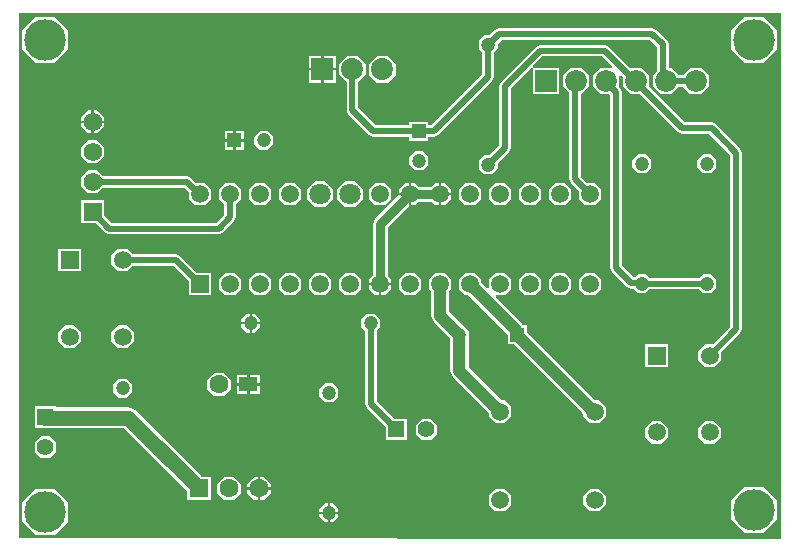
<source format=gtl>
G04*
G04 #@! TF.GenerationSoftware,Altium Limited,Altium Designer,23.6.0 (18)*
G04*
G04 Layer_Physical_Order=1*
G04 Layer_Color=255*
%FSLAX25Y25*%
%MOIN*%
G70*
G04*
G04 #@! TF.SameCoordinates,B90E1885-5EE6-4A3D-B461-7850E0AA74F3*
G04*
G04*
G04 #@! TF.FilePolarity,Positive*
G04*
G01*
G75*
%ADD21C,0.07244*%
%ADD22R,0.07244X0.07244*%
%ADD30C,0.06181*%
%ADD31R,0.06181X0.06181*%
%ADD38C,0.02000*%
%ADD39C,0.05000*%
%ADD40C,0.04000*%
%ADD41C,0.03000*%
%ADD42R,0.05512X0.05512*%
%ADD43C,0.05512*%
%ADD44R,0.07323X0.07323*%
%ADD45C,0.07323*%
%ADD46R,0.06299X0.06299*%
%ADD47C,0.06299*%
%ADD48C,0.05906*%
%ADD49C,0.07087*%
%ADD50R,0.05906X0.05906*%
%ADD51R,0.04724X0.04724*%
%ADD52C,0.04724*%
%ADD53R,0.05937X0.05937*%
%ADD54C,0.05937*%
%ADD55C,0.13780*%
%ADD56R,0.04724X0.04724*%
%ADD57R,0.05512X0.05512*%
%ADD58R,0.06299X0.04724*%
G36*
X255000Y1259D02*
X254646Y906D01*
X1083Y1083D01*
Y176083D01*
X255000D01*
Y1259D01*
D02*
G37*
%LPC*%
G36*
X249248Y175013D02*
X242878D01*
X238373Y170508D01*
Y164138D01*
X242878Y159633D01*
X249248D01*
X253753Y164138D01*
Y170508D01*
X249248Y175013D01*
D02*
G37*
G36*
X13028D02*
X6657D01*
X2153Y170508D01*
Y164138D01*
X6657Y159633D01*
X13028D01*
X17532Y164138D01*
Y170508D01*
X13028Y175013D01*
D02*
G37*
G36*
X106666Y161942D02*
X102605D01*
Y157880D01*
X106666D01*
Y161942D01*
D02*
G37*
G36*
X101805D02*
X97743D01*
Y157880D01*
X101805D01*
Y161942D01*
D02*
G37*
G36*
X124053D02*
X120357D01*
X117743Y159328D01*
Y155632D01*
X120357Y153019D01*
X124053D01*
X126666Y155632D01*
Y159328D01*
X124053Y161942D01*
D02*
G37*
G36*
X106666Y157080D02*
X102605D01*
Y153019D01*
X106666D01*
Y157080D01*
D02*
G37*
G36*
X101805D02*
X97743D01*
Y153019D01*
X101805D01*
Y157080D01*
D02*
G37*
G36*
X212183Y171240D02*
X161181D01*
X159803Y170669D01*
X157887Y168753D01*
X156170D01*
X154318Y166900D01*
Y164281D01*
X155532Y163067D01*
Y155769D01*
X138523Y138759D01*
X137532D01*
Y139973D01*
X131208D01*
Y138759D01*
X119902D01*
X114153Y144508D01*
Y153119D01*
X116666Y155632D01*
Y159328D01*
X114053Y161942D01*
X110357D01*
X107743Y159328D01*
Y155632D01*
X110256Y153119D01*
Y143701D01*
X110827Y142323D01*
X117717Y135433D01*
X119095Y134863D01*
X131208D01*
Y133649D01*
X137532D01*
Y134863D01*
X139330D01*
X140707Y135433D01*
X158858Y153584D01*
X159429Y154962D01*
Y163067D01*
X160642Y164281D01*
Y165998D01*
X161988Y167343D01*
X211376D01*
X213741Y164978D01*
Y156845D01*
X212271Y155375D01*
Y151712D01*
X214861Y149121D01*
X218525D01*
X220998Y151595D01*
X222387D01*
X224861Y149121D01*
X228525D01*
X231115Y151712D01*
Y155375D01*
X228525Y157965D01*
X224861D01*
X222388Y155492D01*
X220998D01*
X218525Y157965D01*
X217638D01*
Y165785D01*
X217067Y167163D01*
X213561Y170669D01*
X212183Y171240D01*
D02*
G37*
G36*
X27202Y143812D02*
X25991D01*
Y140321D01*
X29481D01*
Y141533D01*
X27202Y143812D01*
D02*
G37*
G36*
X25191D02*
X23979D01*
X21700Y141533D01*
Y140321D01*
X25191D01*
Y143812D01*
D02*
G37*
G36*
X29481Y139521D02*
X25991D01*
Y136031D01*
X27202D01*
X29481Y138310D01*
Y139521D01*
D02*
G37*
G36*
X25191D02*
X21700D01*
Y138310D01*
X23979Y136031D01*
X25191D01*
Y139521D01*
D02*
G37*
G36*
X75997Y136854D02*
X73235D01*
Y134092D01*
X75997D01*
Y136854D01*
D02*
G37*
G36*
X72435D02*
X69672D01*
Y134092D01*
X72435D01*
Y136854D01*
D02*
G37*
G36*
X83987D02*
X81367D01*
X79515Y135002D01*
Y132382D01*
X81367Y130530D01*
X83987D01*
X85839Y132382D01*
Y135002D01*
X83987Y136854D01*
D02*
G37*
G36*
X75997Y133292D02*
X73235D01*
Y130530D01*
X75997D01*
Y133292D01*
D02*
G37*
G36*
X72435D02*
X69672D01*
Y130530D01*
X72435D01*
Y133292D01*
D02*
G37*
G36*
X27202Y133812D02*
X23979D01*
X21700Y131533D01*
Y128310D01*
X23979Y126031D01*
X27202D01*
X29481Y128310D01*
Y131533D01*
X27202Y133812D01*
D02*
G37*
G36*
X135680Y130131D02*
X133060D01*
X131208Y128278D01*
Y125659D01*
X133060Y123806D01*
X135680D01*
X137532Y125659D01*
Y128278D01*
X135680Y130131D01*
D02*
G37*
G36*
X231625Y129146D02*
X229005D01*
X227153Y127294D01*
Y124674D01*
X229005Y122822D01*
X231625D01*
X233477Y124674D01*
Y127294D01*
X231625Y129146D01*
D02*
G37*
G36*
X209971D02*
X207352D01*
X205499Y127294D01*
Y124674D01*
X207352Y122822D01*
X209971D01*
X211824Y124674D01*
Y127294D01*
X209971Y129146D01*
D02*
G37*
G36*
X141017Y119580D02*
X139863D01*
X138600Y118316D01*
X134235D01*
X132972Y119580D01*
X131817D01*
Y115827D01*
Y112074D01*
X132972D01*
X134235Y113337D01*
X138600D01*
X139863Y112074D01*
X141017D01*
Y115827D01*
Y119580D01*
D02*
G37*
G36*
X142972D02*
X141817D01*
Y116227D01*
X145170D01*
Y117381D01*
X142972Y119580D01*
D02*
G37*
G36*
X131017D02*
X129863D01*
X127665Y117381D01*
Y116227D01*
X131017D01*
Y119580D01*
D02*
G37*
G36*
X188525Y157965D02*
X184861D01*
X182271Y155375D01*
Y151712D01*
X184430Y149553D01*
Y120866D01*
X185000Y119489D01*
X187665Y116824D01*
Y114272D01*
X189863Y112074D01*
X192972D01*
X195170Y114272D01*
Y117381D01*
X192972Y119580D01*
X190420D01*
X188326Y121673D01*
Y149121D01*
X188525D01*
X191115Y151712D01*
Y155375D01*
X188525Y157965D01*
D02*
G37*
G36*
X182972Y119580D02*
X179863D01*
X177665Y117381D01*
Y114272D01*
X179863Y112074D01*
X182972D01*
X185170Y114272D01*
Y117381D01*
X182972Y119580D01*
D02*
G37*
G36*
X172972D02*
X169863D01*
X167665Y117381D01*
Y114272D01*
X169863Y112074D01*
X172972D01*
X175170Y114272D01*
Y117381D01*
X172972Y119580D01*
D02*
G37*
G36*
X162972D02*
X159863D01*
X157665Y117381D01*
Y114272D01*
X159863Y112074D01*
X162972D01*
X165170Y114272D01*
Y117381D01*
X162972Y119580D01*
D02*
G37*
G36*
X152972D02*
X149863D01*
X147665Y117381D01*
Y114272D01*
X149863Y112074D01*
X152972D01*
X155170Y114272D01*
Y117381D01*
X152972Y119580D01*
D02*
G37*
G36*
X145170Y115427D02*
X141817D01*
Y112074D01*
X142972D01*
X145170Y114272D01*
Y115427D01*
D02*
G37*
G36*
X122972Y119580D02*
X119863D01*
X117665Y117381D01*
Y114272D01*
X119863Y112074D01*
X122972D01*
X125170Y114272D01*
Y117381D01*
X122972Y119580D01*
D02*
G37*
G36*
X92972D02*
X89863D01*
X87665Y117381D01*
Y114272D01*
X89863Y112074D01*
X92972D01*
X95170Y114272D01*
Y117381D01*
X92972Y119580D01*
D02*
G37*
G36*
X82972D02*
X79863D01*
X77665Y117381D01*
Y114272D01*
X79863Y112074D01*
X82972D01*
X85170Y114272D01*
Y117381D01*
X82972Y119580D01*
D02*
G37*
G36*
X27202Y123812D02*
X23979D01*
X21700Y121533D01*
Y118310D01*
X23979Y116031D01*
X27202D01*
X29144Y117973D01*
X56286D01*
X57665Y116595D01*
Y114272D01*
X59863Y112074D01*
X62972D01*
X65170Y114272D01*
Y117381D01*
X62972Y119580D01*
X60190D01*
X58471Y121299D01*
X57093Y121870D01*
X29144D01*
X27202Y123812D01*
D02*
G37*
G36*
X113216Y120170D02*
X109618D01*
X107074Y117626D01*
Y114028D01*
X109618Y111484D01*
X113216D01*
X115761Y114028D01*
Y117626D01*
X113216Y120170D01*
D02*
G37*
G36*
X103217D02*
X99618D01*
X97074Y117626D01*
Y114028D01*
X99618Y111484D01*
X103217D01*
X105761Y114028D01*
Y117626D01*
X103217Y120170D01*
D02*
G37*
G36*
X72972Y119580D02*
X69863D01*
X67665Y117381D01*
Y114272D01*
X69469Y112468D01*
Y108890D01*
X66858Y106279D01*
X31988D01*
X29481Y108786D01*
Y113812D01*
X21700D01*
Y106031D01*
X26726D01*
X29803Y102953D01*
X31181Y102382D01*
X67665D01*
X69042Y102953D01*
X72795Y106706D01*
X73366Y108083D01*
Y112468D01*
X75170Y114272D01*
Y117381D01*
X72972Y119580D01*
D02*
G37*
G36*
X21682Y97677D02*
X14145D01*
Y90140D01*
X21682D01*
Y97677D01*
D02*
G37*
G36*
X131017Y115427D02*
X127497D01*
X119657Y107587D01*
X118928Y105827D01*
Y88644D01*
X117665Y87381D01*
Y86227D01*
X121417D01*
X125170D01*
Y87381D01*
X123907Y88644D01*
Y104796D01*
X131017Y111906D01*
Y115427D01*
D02*
G37*
G36*
X162972Y89579D02*
X159863D01*
X157665Y87381D01*
Y84573D01*
X157165Y84366D01*
X155170Y86360D01*
Y87381D01*
X152972Y89579D01*
X149863D01*
X147665Y87381D01*
Y84272D01*
X149863Y82074D01*
X150884D01*
X163694Y69265D01*
Y69260D01*
X163924Y68703D01*
Y65735D01*
X165963D01*
X189161Y42537D01*
Y41753D01*
X191359Y39554D01*
X194468D01*
X196666Y41753D01*
Y44861D01*
X194468Y47060D01*
X193210D01*
X170249Y70021D01*
Y72060D01*
X169117D01*
X168867Y72663D01*
X159956Y81574D01*
X160163Y82074D01*
X162972D01*
X165170Y84272D01*
Y87381D01*
X162972Y89579D01*
D02*
G37*
G36*
X192972D02*
X189863D01*
X187665Y87381D01*
Y84272D01*
X189863Y82074D01*
X192972D01*
X195170Y84272D01*
Y87381D01*
X192972Y89579D01*
D02*
G37*
G36*
X182972D02*
X179863D01*
X177665Y87381D01*
Y84272D01*
X179863Y82074D01*
X182972D01*
X185170Y84272D01*
Y87381D01*
X182972Y89579D01*
D02*
G37*
G36*
X172972D02*
X169863D01*
X167665Y87381D01*
Y84272D01*
X169863Y82074D01*
X172972D01*
X175170Y84272D01*
Y87381D01*
X172972Y89579D01*
D02*
G37*
G36*
X132972D02*
X129863D01*
X127665Y87381D01*
Y84272D01*
X129863Y82074D01*
X132972D01*
X135170Y84272D01*
Y87381D01*
X132972Y89579D01*
D02*
G37*
G36*
X125170Y85427D02*
X121817D01*
Y82074D01*
X122972D01*
X125170Y84272D01*
Y85427D01*
D02*
G37*
G36*
X121017D02*
X117665D01*
Y84272D01*
X119863Y82074D01*
X121017D01*
Y85427D01*
D02*
G37*
G36*
X112972Y89579D02*
X109863D01*
X107665Y87381D01*
Y84272D01*
X109863Y82074D01*
X112972D01*
X115170Y84272D01*
Y87381D01*
X112972Y89579D01*
D02*
G37*
G36*
X102972D02*
X99863D01*
X97665Y87381D01*
Y84272D01*
X99863Y82074D01*
X102972D01*
X105170Y84272D01*
Y87381D01*
X102972Y89579D01*
D02*
G37*
G36*
X92972D02*
X89863D01*
X87665Y87381D01*
Y84272D01*
X89863Y82074D01*
X92972D01*
X95170Y84272D01*
Y87381D01*
X92972Y89579D01*
D02*
G37*
G36*
X82972D02*
X79863D01*
X77665Y87381D01*
Y84272D01*
X79863Y82074D01*
X82972D01*
X85170Y84272D01*
Y87381D01*
X82972Y89579D01*
D02*
G37*
G36*
X72972D02*
X69863D01*
X67665Y87381D01*
Y84272D01*
X69863Y82074D01*
X72972D01*
X75170Y84272D01*
Y87381D01*
X72972Y89579D01*
D02*
G37*
G36*
X37191Y97677D02*
X34069D01*
X31861Y95470D01*
Y92348D01*
X34069Y90140D01*
X37191D01*
X39011Y91960D01*
X52529D01*
X57665Y86824D01*
Y82074D01*
X65170D01*
Y89579D01*
X60420D01*
X54713Y95286D01*
X53336Y95857D01*
X39011D01*
X37191Y97677D01*
D02*
G37*
G36*
X79656Y75997D02*
X78746D01*
Y73235D01*
X81509D01*
Y74145D01*
X79656Y75997D01*
D02*
G37*
G36*
X77946D02*
X77037D01*
X75184Y74145D01*
Y73235D01*
X77946D01*
Y75997D01*
D02*
G37*
G36*
X81509Y72435D02*
X78746D01*
Y69673D01*
X79656D01*
X81509Y71525D01*
Y72435D01*
D02*
G37*
G36*
X77946D02*
X75184D01*
Y71525D01*
X77037Y69673D01*
X77946D01*
Y72435D01*
D02*
G37*
G36*
X37191Y72087D02*
X34069D01*
X31861Y69879D01*
Y66757D01*
X34069Y64549D01*
X37191D01*
X39398Y66757D01*
Y69879D01*
X37191Y72087D01*
D02*
G37*
G36*
X19474D02*
X16352D01*
X14145Y69879D01*
Y66757D01*
X16352Y64549D01*
X19474D01*
X21682Y66757D01*
Y69879D01*
X19474Y72087D01*
D02*
G37*
G36*
X196279Y165591D02*
X174739D01*
X173361Y165020D01*
X161680Y153339D01*
X161109Y151961D01*
Y131975D01*
X157887Y128753D01*
X156170D01*
X154318Y126900D01*
Y124281D01*
X156170Y122428D01*
X158790D01*
X160642Y124281D01*
Y125997D01*
X164435Y129790D01*
X165006Y131168D01*
Y151154D01*
X171771Y157919D01*
X172271Y157712D01*
X172271Y157570D01*
Y149121D01*
X181115D01*
Y157965D01*
X172671D01*
X172524Y157965D01*
X172317Y158465D01*
X175546Y161694D01*
X195472D01*
X198825Y158341D01*
X198494Y157965D01*
X194861D01*
X192271Y155375D01*
Y151712D01*
X194861Y149121D01*
X197873D01*
X198052Y148943D01*
Y91338D01*
X198622Y89961D01*
X203839Y84745D01*
X205216Y84174D01*
X205999D01*
X207352Y82822D01*
X209971D01*
X211185Y84036D01*
X227791D01*
X229005Y82822D01*
X231625D01*
X233477Y84674D01*
Y87294D01*
X231625Y89146D01*
X229005D01*
X227791Y87932D01*
X211185D01*
X209971Y89146D01*
X207352D01*
X206276Y88071D01*
X206023D01*
X201948Y92146D01*
Y149750D01*
X201378Y151127D01*
X200954Y151551D01*
X201115Y151712D01*
Y155344D01*
X201490Y155676D01*
X202271Y154895D01*
Y151712D01*
X204861Y149121D01*
X208045D01*
X220748Y136418D01*
X222126Y135847D01*
X231178D01*
X238209Y128816D01*
Y71673D01*
X232312Y65776D01*
X229738D01*
X227531Y63569D01*
Y60447D01*
X229738Y58240D01*
X232860D01*
X235068Y60447D01*
Y63021D01*
X241535Y69489D01*
X242106Y70866D01*
Y129623D01*
X241535Y131001D01*
X233363Y139173D01*
X231985Y139744D01*
X222933D01*
X211040Y151637D01*
X211115Y151712D01*
Y155375D01*
X208525Y157965D01*
X204861D01*
X204786Y157890D01*
X197657Y165020D01*
X196279Y165591D01*
D02*
G37*
G36*
X217351Y65776D02*
X209814D01*
Y58240D01*
X217351D01*
Y65776D01*
D02*
G37*
G36*
X81509Y55524D02*
X77959D01*
Y52762D01*
X81509D01*
Y55524D01*
D02*
G37*
G36*
X77159D02*
X73609D01*
Y52762D01*
X77159D01*
Y55524D01*
D02*
G37*
G36*
X81509Y51962D02*
X77959D01*
Y49200D01*
X81509D01*
Y51962D01*
D02*
G37*
G36*
X77159D02*
X73609D01*
Y49200D01*
X77159D01*
Y51962D01*
D02*
G37*
G36*
X69353Y56312D02*
X66081D01*
X63767Y53998D01*
Y50726D01*
X66081Y48413D01*
X69353D01*
X71666Y50726D01*
Y53998D01*
X69353Y56312D01*
D02*
G37*
G36*
X36940Y54343D02*
X34320D01*
X32468Y52491D01*
Y49871D01*
X34320Y48019D01*
X36940D01*
X38792Y49871D01*
Y52491D01*
X36940Y54343D01*
D02*
G37*
G36*
X105640Y52768D02*
X103021D01*
X101168Y50916D01*
Y48296D01*
X103021Y46444D01*
X105640D01*
X107493Y48296D01*
Y50916D01*
X105640Y52768D01*
D02*
G37*
G36*
X142972Y89579D02*
X139863D01*
X137665Y87381D01*
Y84272D01*
X138387Y83550D01*
Y75354D01*
X139274Y73211D01*
X144712Y67774D01*
Y67588D01*
X144843Y67456D01*
Y56850D01*
X145731Y54707D01*
X157665Y42774D01*
Y41753D01*
X159863Y39554D01*
X162972D01*
X165170Y41753D01*
Y44861D01*
X162972Y47060D01*
X161951D01*
X150905Y58106D01*
Y67456D01*
X151036Y67588D01*
Y70207D01*
X149184Y72060D01*
X148998D01*
X144448Y76609D01*
Y83550D01*
X145170Y84272D01*
Y87381D01*
X142972Y89579D01*
D02*
G37*
G36*
X138363Y40957D02*
X135417D01*
X133334Y38874D01*
Y35928D01*
X135417Y33845D01*
X138363D01*
X140445Y35928D01*
Y38874D01*
X138363Y40957D01*
D02*
G37*
G36*
X119656Y75997D02*
X117037D01*
X115184Y74145D01*
Y71525D01*
X116398Y70311D01*
Y45945D01*
X116969Y44567D01*
X123334Y38202D01*
Y33845D01*
X130446D01*
Y40957D01*
X126089D01*
X120295Y46752D01*
Y70311D01*
X121509Y71525D01*
Y74145D01*
X119656Y75997D01*
D02*
G37*
G36*
X232860Y40186D02*
X229738D01*
X227531Y37978D01*
Y34856D01*
X229738Y32649D01*
X232860D01*
X235068Y34856D01*
Y37978D01*
X232860Y40186D01*
D02*
G37*
G36*
X215144D02*
X212022D01*
X209814Y37978D01*
Y34856D01*
X212022Y32649D01*
X215144D01*
X217351Y34856D01*
Y37978D01*
X215144Y40186D01*
D02*
G37*
G36*
X11277Y35052D02*
X8331D01*
X6248Y32969D01*
Y30023D01*
X8331Y27940D01*
X11277D01*
X13360Y30023D01*
Y32969D01*
X11277Y35052D01*
D02*
G37*
G36*
X82660Y21666D02*
X81424D01*
Y18116D01*
X84973D01*
Y19353D01*
X82660Y21666D01*
D02*
G37*
G36*
X80624D02*
X79388D01*
X77074Y19353D01*
Y18116D01*
X80624D01*
Y21666D01*
D02*
G37*
G36*
X84973Y17316D02*
X81424D01*
Y13767D01*
X82660D01*
X84973Y16081D01*
Y17316D01*
D02*
G37*
G36*
X80624D02*
X77074D01*
Y16081D01*
X79388Y13767D01*
X80624D01*
Y17316D01*
D02*
G37*
G36*
X72660Y21666D02*
X69388D01*
X67074Y19353D01*
Y16081D01*
X69388Y13767D01*
X72660D01*
X74973Y16081D01*
Y19353D01*
X72660Y21666D01*
D02*
G37*
G36*
X13360Y45052D02*
X6248D01*
Y41377D01*
X6232Y41339D01*
X6248Y41300D01*
Y37940D01*
X9385D01*
X9804Y37767D01*
X35629D01*
X35630Y37767D01*
X35922D01*
X57074Y16615D01*
Y13767D01*
X64973D01*
Y21666D01*
X62125D01*
X39927Y43864D01*
X38792Y44335D01*
Y44501D01*
X38390D01*
X37402Y44911D01*
X37401Y44910D01*
X35630D01*
X35630Y44911D01*
X13360D01*
Y45052D01*
D02*
G37*
G36*
X194468Y17532D02*
X191359D01*
X189161Y15334D01*
Y12225D01*
X191359Y10027D01*
X194468D01*
X196666Y12225D01*
Y15334D01*
X194468Y17532D01*
D02*
G37*
G36*
X162972D02*
X159863D01*
X157665Y15334D01*
Y12225D01*
X159863Y10027D01*
X162972D01*
X165170Y12225D01*
Y15334D01*
X162972Y17532D01*
D02*
G37*
G36*
X105640Y12768D02*
X104731D01*
Y10006D01*
X107493D01*
Y10916D01*
X105640Y12768D01*
D02*
G37*
G36*
X103931D02*
X103021D01*
X101168Y10916D01*
Y10006D01*
X103931D01*
Y12768D01*
D02*
G37*
G36*
X107493Y9206D02*
X104731D01*
Y6444D01*
X105640D01*
X107493Y8296D01*
Y9206D01*
D02*
G37*
G36*
X103931D02*
X101168D01*
Y8296D01*
X103021Y6444D01*
X103931D01*
Y9206D01*
D02*
G37*
G36*
X249248Y18284D02*
X242878D01*
X238373Y13780D01*
Y7409D01*
X242878Y2905D01*
X249248D01*
X253753Y7409D01*
Y13780D01*
X249248Y18284D01*
D02*
G37*
G36*
X13028Y17532D02*
X6657D01*
X2153Y13028D01*
Y6657D01*
X6657Y2153D01*
X13028D01*
X17532Y6657D01*
Y13028D01*
X13028Y17532D01*
D02*
G37*
%LPD*%
D21*
X226693Y153543D02*
D03*
X216693D02*
D03*
X206693D02*
D03*
X196693D02*
D03*
X186693D02*
D03*
D22*
X176693D02*
D03*
D30*
X25591Y139921D02*
D03*
Y129921D02*
D03*
Y119921D02*
D03*
D31*
Y109921D02*
D03*
D38*
X161181Y169291D02*
X212183D01*
X215689Y154232D02*
Y165785D01*
X212183Y169291D02*
X215689Y165785D01*
X216378Y153543D02*
X226378D01*
X215689Y154232D02*
X216378Y153543D01*
X157480Y165591D02*
X161181Y169291D01*
X186378Y120866D02*
Y153543D01*
X112205Y143701D02*
Y157480D01*
X157480Y154962D02*
Y165591D01*
X139330Y136811D02*
X157480Y154962D01*
X134370Y136811D02*
X139330D01*
X119095D02*
X134370D01*
X112205Y143701D02*
X119095Y136811D01*
X25591Y109921D02*
X31181Y104331D01*
X71417Y108083D02*
Y115827D01*
X31181Y104331D02*
X67665D01*
X71417Y108083D01*
X163058Y151961D02*
X174739Y163642D01*
X196279D02*
X206378Y153543D01*
X174739Y163642D02*
X196279D01*
X157480Y125591D02*
X163058Y131168D01*
Y151961D01*
X200000Y91338D02*
X205216Y86122D01*
X196378Y153372D02*
Y153543D01*
Y153372D02*
X200000Y149750D01*
Y91338D02*
Y149750D01*
X208523Y86122D02*
X208661Y85984D01*
X205216Y86122D02*
X208523D01*
X208661Y85984D02*
X230315D01*
X186378Y120866D02*
X191417Y115827D01*
X231299Y62008D02*
X240158Y70866D01*
Y129623D01*
X231985Y137795D02*
X240158Y129623D01*
X222126Y137795D02*
X231985D01*
X206378Y153543D02*
X222126Y137795D01*
X53336Y93909D02*
X61417Y85827D01*
X35630Y93909D02*
X53336D01*
X118346Y45945D02*
X126890Y37401D01*
X118346Y45945D02*
Y72835D01*
X25591Y119921D02*
X57093D01*
X61188Y115827D01*
X61417D01*
D39*
X9804Y41339D02*
X35630D01*
Y41339D02*
X37401D01*
X37402Y41339D02*
X61024Y17717D01*
D40*
X167087Y68897D02*
X192677Y43307D01*
X192913D01*
X147874Y56850D02*
X161417Y43307D01*
X147874Y56850D02*
Y68897D01*
X151417Y85827D02*
X166724Y70520D01*
Y69260D02*
Y70520D01*
Y69260D02*
X167087Y68897D01*
X141417Y75354D02*
Y85827D01*
Y75354D02*
X147874Y68897D01*
D41*
X131417Y115827D02*
X141417D01*
X121417Y85827D02*
Y105827D01*
X131417Y115827D01*
D42*
X9804Y41496D02*
D03*
D43*
Y31496D02*
D03*
X136890Y37401D02*
D03*
D44*
X102205Y157480D02*
D03*
D45*
X112205D02*
D03*
X122205D02*
D03*
D46*
X61024Y17717D02*
D03*
D47*
X71024D02*
D03*
X81024D02*
D03*
X67717Y52362D02*
D03*
D48*
X191417Y115827D02*
D03*
X181417D02*
D03*
X171417D02*
D03*
X161417D02*
D03*
X151417D02*
D03*
X141417D02*
D03*
X131417D02*
D03*
X121417D02*
D03*
X91417D02*
D03*
X81417D02*
D03*
X71417D02*
D03*
X61417D02*
D03*
X191417Y85827D02*
D03*
X181417D02*
D03*
X171417D02*
D03*
X161417D02*
D03*
X151417D02*
D03*
X141417D02*
D03*
X131417D02*
D03*
X121417D02*
D03*
X111417D02*
D03*
X101417D02*
D03*
X91417D02*
D03*
X81417D02*
D03*
X71417D02*
D03*
X161417Y13779D02*
D03*
Y43307D02*
D03*
X192913Y13779D02*
D03*
Y43307D02*
D03*
D49*
X111417Y115827D02*
D03*
X101417D02*
D03*
D50*
X61417Y85827D02*
D03*
D51*
X72835Y133692D02*
D03*
D52*
X82677D02*
D03*
X208661Y125984D02*
D03*
Y85984D02*
D03*
X78346Y72835D02*
D03*
X118346D02*
D03*
X147874Y68897D02*
D03*
X134370Y126968D02*
D03*
X104331Y49606D02*
D03*
Y9606D02*
D03*
X157480Y165591D02*
D03*
Y125591D02*
D03*
X35630Y51181D02*
D03*
X230315Y125984D02*
D03*
Y85984D02*
D03*
D53*
X213583Y62008D02*
D03*
X17913Y93909D02*
D03*
D54*
X213583Y36417D02*
D03*
X231299Y62008D02*
D03*
Y36417D02*
D03*
X35630Y68318D02*
D03*
Y93909D02*
D03*
X17913Y68318D02*
D03*
D55*
X9843Y167323D02*
D03*
Y9843D02*
D03*
X246063Y10594D02*
D03*
Y167323D02*
D03*
D56*
X167087Y68897D02*
D03*
X134370Y136811D02*
D03*
X35630Y41339D02*
D03*
D57*
X126890Y37401D02*
D03*
D58*
X77559Y52362D02*
D03*
M02*

</source>
